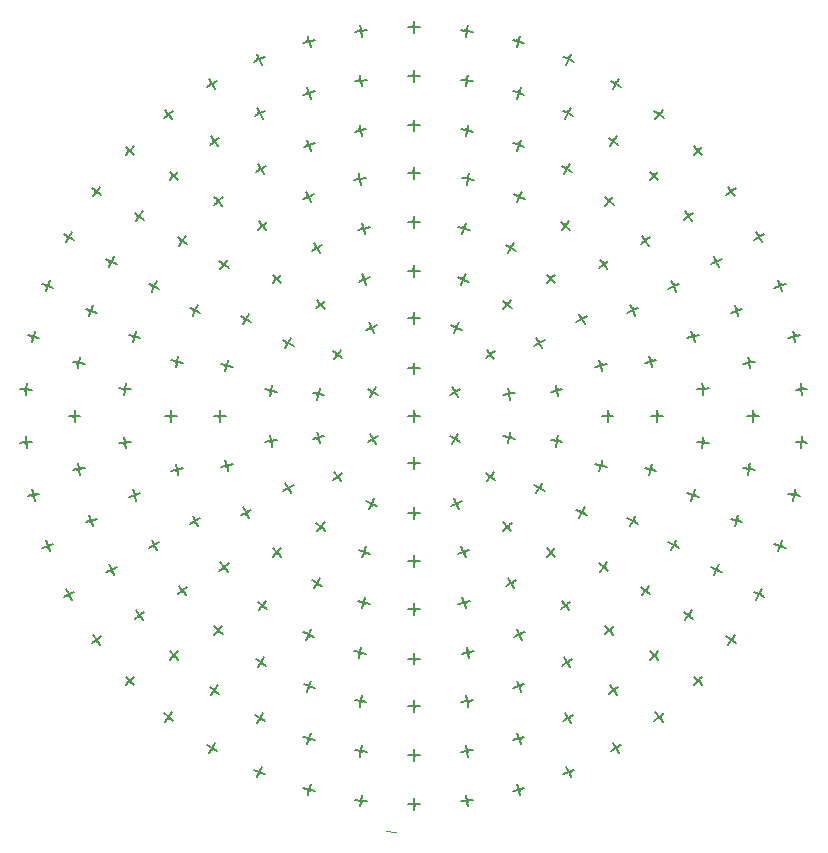
<source format=gto>
G04 EAGLE Gerber RS-274X export*
G75*
%MOMM*%
%FSLAX34Y34*%
%LPD*%
%INTop Silkscreen*%
%IPPOS*%
%AMOC8*
5,1,8,0,0,1.08239X$1,22.5*%
G01*
%ADD10C,0.101600*%
%ADD11C,0.127000*%


D10*
X-15240Y-352552D02*
X-23368Y-352044D01*
D11*
X-2000Y328900D02*
X0Y328900D01*
X-2000Y328900D02*
X-5000Y328900D01*
X-2000Y328900D01*
X0Y328900D01*
X5000Y328900D01*
X0Y328900D01*
X0Y323900D01*
X0Y330900D01*
X0Y333900D01*
X0Y330900D02*
X-2000Y328900D01*
X-44785Y325837D02*
X-46767Y325565D01*
X-49739Y325158D01*
X-46767Y325565D01*
X-44785Y325837D01*
X-39831Y326515D01*
X-44785Y325837D01*
X-44107Y320883D01*
X-45057Y327818D01*
X-45464Y330790D01*
X-45057Y327818D02*
X-46767Y325565D01*
X-88736Y316704D02*
X-90662Y316166D01*
X-93552Y315359D01*
X-90662Y316166D01*
X-88736Y316704D01*
X-83920Y318048D01*
X-88736Y316704D01*
X-87392Y311888D01*
X-89274Y318630D01*
X-90081Y321519D01*
X-89274Y318630D02*
X-90662Y316166D01*
X-131034Y301671D02*
X-132868Y300873D01*
X-135619Y299677D01*
X-132868Y300873D01*
X-131034Y301671D01*
X-126449Y303665D01*
X-131034Y301671D01*
X-129040Y297085D01*
X-131832Y303505D01*
X-133028Y306256D01*
X-131832Y303505D02*
X-132868Y300873D01*
X-170891Y281019D02*
X-172600Y279979D01*
X-175163Y278421D01*
X-172600Y279979D01*
X-170891Y281019D01*
X-166619Y283616D01*
X-170891Y281019D01*
X-168294Y276746D01*
X-171930Y282727D01*
X-173489Y285291D01*
X-171930Y282727D02*
X-172600Y279979D01*
X-207565Y255131D02*
X-209117Y253870D01*
X-211445Y251978D01*
X-209117Y253870D01*
X-207565Y255131D01*
X-203685Y258285D01*
X-207565Y255131D01*
X-204411Y251251D01*
X-208826Y256684D01*
X-210718Y259012D01*
X-208826Y256684D02*
X-209117Y253870D01*
X-240372Y224492D02*
X-241738Y223031D01*
X-243788Y220841D01*
X-241738Y223031D01*
X-240372Y224492D01*
X-236956Y228143D01*
X-240372Y224492D01*
X-236721Y221075D01*
X-241832Y225858D01*
X-244023Y227908D01*
X-241832Y225858D02*
X-241738Y223031D01*
X-268701Y189670D02*
X-269854Y188036D01*
X-271584Y185584D01*
X-269854Y188036D01*
X-268701Y189670D01*
X-265819Y193756D01*
X-268701Y189670D01*
X-264616Y186788D01*
X-270336Y190823D01*
X-272787Y192552D01*
X-270336Y190823D02*
X-269854Y188036D01*
X-292025Y151315D02*
X-292946Y149540D01*
X-294326Y146876D01*
X-292946Y149540D01*
X-292025Y151315D01*
X-289724Y155754D01*
X-292025Y151315D01*
X-287586Y149014D01*
X-293801Y152236D01*
X-296465Y153616D01*
X-293801Y152236D02*
X-292946Y149540D01*
X-309910Y110142D02*
X-310581Y108258D01*
X-311587Y105432D01*
X-310581Y108258D01*
X-309910Y110142D01*
X-308232Y114852D01*
X-309910Y110142D01*
X-305199Y108465D01*
X-311794Y110813D01*
X-314620Y111819D01*
X-311794Y110813D02*
X-310581Y108258D01*
X-322021Y66917D02*
X-322430Y64959D01*
X-323043Y62022D01*
X-322430Y64959D01*
X-322021Y66917D01*
X-320998Y71811D01*
X-322021Y66917D01*
X-317126Y65894D01*
X-323978Y67326D01*
X-326915Y67939D01*
X-323978Y67326D02*
X-322430Y64959D01*
X-328133Y22445D02*
X-328273Y20450D01*
X-328482Y17457D01*
X-328273Y20450D01*
X-328133Y22445D01*
X-327784Y27433D01*
X-328133Y22445D01*
X-323145Y22096D01*
X-330128Y22584D01*
X-333121Y22794D01*
X-330128Y22584D02*
X-328273Y20450D01*
X-328133Y-22445D02*
X-327994Y-24440D01*
X-327784Y-27433D01*
X-327994Y-24440D01*
X-328133Y-22445D01*
X-328482Y-17457D01*
X-328133Y-22445D01*
X-323145Y-22096D01*
X-330128Y-22584D01*
X-333121Y-22794D01*
X-330128Y-22584D02*
X-327994Y-24440D01*
X-322021Y-66917D02*
X-321612Y-68874D01*
X-320998Y-71811D01*
X-321612Y-68874D01*
X-322021Y-66917D01*
X-323043Y-62022D01*
X-322021Y-66917D01*
X-317126Y-65894D01*
X-323978Y-67326D01*
X-326915Y-67939D01*
X-323978Y-67326D02*
X-321612Y-68874D01*
X-309910Y-110142D02*
X-309239Y-112026D01*
X-308232Y-114852D01*
X-309239Y-112026D01*
X-309910Y-110142D01*
X-311587Y-105432D01*
X-309910Y-110142D01*
X-305199Y-108465D01*
X-311794Y-110813D01*
X-314620Y-111819D01*
X-311794Y-110813D02*
X-309239Y-112026D01*
X-292025Y-151315D02*
X-291105Y-153091D01*
X-289724Y-155754D01*
X-291105Y-153091D01*
X-292025Y-151315D01*
X-294326Y-146876D01*
X-292025Y-151315D01*
X-287586Y-149014D01*
X-293801Y-152236D01*
X-296465Y-153616D01*
X-293801Y-152236D02*
X-291105Y-153091D01*
X-268701Y-189670D02*
X-267549Y-191304D01*
X-265819Y-193756D01*
X-267549Y-191304D01*
X-268701Y-189670D01*
X-271584Y-185584D01*
X-268701Y-189670D01*
X-264616Y-186788D01*
X-270336Y-190823D01*
X-272787Y-192552D01*
X-270336Y-190823D02*
X-267549Y-191304D01*
X-240372Y-224492D02*
X-239005Y-225952D01*
X-236956Y-228143D01*
X-239005Y-225952D01*
X-240372Y-224492D01*
X-243788Y-220841D01*
X-240372Y-224492D01*
X-236721Y-221075D01*
X-241832Y-225858D01*
X-244023Y-227908D01*
X-241832Y-225858D02*
X-239005Y-225952D01*
X-207565Y-255131D02*
X-206013Y-256393D01*
X-203685Y-258285D01*
X-206013Y-256393D01*
X-207565Y-255131D01*
X-211445Y-251978D01*
X-207565Y-255131D01*
X-204411Y-251251D01*
X-208826Y-256684D01*
X-210718Y-259012D01*
X-208826Y-256684D02*
X-206013Y-256393D01*
X-170891Y-281019D02*
X-169182Y-282058D01*
X-166619Y-283616D01*
X-169182Y-282058D01*
X-170891Y-281019D01*
X-175163Y-278421D01*
X-170891Y-281019D01*
X-168294Y-276746D01*
X-171930Y-282727D01*
X-173489Y-285291D01*
X-171930Y-282727D02*
X-169182Y-282058D01*
X-131034Y-301671D02*
X-129200Y-302468D01*
X-126449Y-303665D01*
X-129200Y-302468D01*
X-131034Y-301671D01*
X-135619Y-299677D01*
X-131034Y-301671D01*
X-129040Y-297085D01*
X-131832Y-303505D01*
X-133028Y-306256D01*
X-131832Y-303505D02*
X-129200Y-302468D01*
X-88736Y-316704D02*
X-86810Y-317241D01*
X-83920Y-318048D01*
X-86810Y-317241D01*
X-88736Y-316704D01*
X-93552Y-315359D01*
X-88736Y-316704D01*
X-87392Y-311888D01*
X-89274Y-318630D01*
X-90081Y-321519D01*
X-89274Y-318630D02*
X-86810Y-317241D01*
X-44785Y-325837D02*
X-42804Y-326108D01*
X-39831Y-326515D01*
X-42804Y-326108D01*
X-44785Y-325837D01*
X-49739Y-325158D01*
X-44785Y-325837D01*
X-44107Y-320883D01*
X-45057Y-327818D01*
X-45464Y-330790D01*
X-45057Y-327818D02*
X-42804Y-326108D01*
X0Y-328900D02*
X2000Y-328900D01*
X5000Y-328900D01*
X2000Y-328900D01*
X0Y-328900D01*
X-5000Y-328900D01*
X0Y-328900D01*
X0Y-323900D01*
X0Y-330900D01*
X0Y-333900D01*
X0Y-330900D02*
X2000Y-328900D01*
X44785Y-325837D02*
X46767Y-325565D01*
X49739Y-325158D01*
X46767Y-325565D01*
X44785Y-325837D01*
X39831Y-326515D01*
X44785Y-325837D01*
X44107Y-320883D01*
X45057Y-327818D01*
X45464Y-330790D01*
X45057Y-327818D02*
X46767Y-325565D01*
X88736Y-316704D02*
X90662Y-316166D01*
X93552Y-315359D01*
X90662Y-316166D01*
X88736Y-316704D01*
X83920Y-318048D01*
X88736Y-316704D01*
X87392Y-311888D01*
X89274Y-318630D01*
X90081Y-321519D01*
X89274Y-318630D02*
X90662Y-316166D01*
X131034Y-301671D02*
X132868Y-300873D01*
X135619Y-299677D01*
X132868Y-300873D01*
X131034Y-301671D01*
X126449Y-303665D01*
X131034Y-301671D01*
X129040Y-297085D01*
X131832Y-303505D01*
X133028Y-306256D01*
X131832Y-303505D02*
X132868Y-300873D01*
X170891Y-281019D02*
X172600Y-279979D01*
X175163Y-278421D01*
X172600Y-279979D01*
X170891Y-281019D01*
X166619Y-283616D01*
X170891Y-281019D01*
X168294Y-276746D01*
X171930Y-282727D01*
X173489Y-285291D01*
X171930Y-282727D02*
X172600Y-279979D01*
X207565Y-255131D02*
X209117Y-253870D01*
X211445Y-251978D01*
X209117Y-253870D01*
X207565Y-255131D01*
X203685Y-258285D01*
X207565Y-255131D01*
X204411Y-251251D01*
X208826Y-256684D01*
X210718Y-259012D01*
X208826Y-256684D02*
X209117Y-253870D01*
X240372Y-224492D02*
X241738Y-223031D01*
X243788Y-220841D01*
X241738Y-223031D01*
X240372Y-224492D01*
X236956Y-228143D01*
X240372Y-224492D01*
X236721Y-221075D01*
X241832Y-225858D01*
X244023Y-227908D01*
X241832Y-225858D02*
X241738Y-223031D01*
X268701Y-189670D02*
X269854Y-188036D01*
X271584Y-185584D01*
X269854Y-188036D01*
X268701Y-189670D01*
X265819Y-193756D01*
X268701Y-189670D01*
X264616Y-186788D01*
X270336Y-190823D01*
X272787Y-192552D01*
X270336Y-190823D02*
X269854Y-188036D01*
X292025Y-151315D02*
X292946Y-149540D01*
X294326Y-146876D01*
X292946Y-149540D01*
X292025Y-151315D01*
X289724Y-155754D01*
X292025Y-151315D01*
X287586Y-149014D01*
X293801Y-152236D01*
X296465Y-153616D01*
X293801Y-152236D02*
X292946Y-149540D01*
X309910Y-110142D02*
X310581Y-108258D01*
X311587Y-105432D01*
X310581Y-108258D01*
X309910Y-110142D01*
X308232Y-114852D01*
X309910Y-110142D01*
X305199Y-108465D01*
X311794Y-110813D01*
X314620Y-111819D01*
X311794Y-110813D02*
X310581Y-108258D01*
X322021Y-66917D02*
X322430Y-64959D01*
X323043Y-62022D01*
X322430Y-64959D01*
X322021Y-66917D01*
X320998Y-71811D01*
X322021Y-66917D01*
X317126Y-65894D01*
X323978Y-67326D01*
X326915Y-67939D01*
X323978Y-67326D02*
X322430Y-64959D01*
X328133Y-22445D02*
X328273Y-20450D01*
X328482Y-17457D01*
X328273Y-20450D01*
X328133Y-22445D01*
X327784Y-27433D01*
X328133Y-22445D01*
X323145Y-22096D01*
X330128Y-22584D01*
X333121Y-22794D01*
X330128Y-22584D02*
X328273Y-20450D01*
X328133Y22445D02*
X327994Y24440D01*
X327784Y27433D01*
X327994Y24440D01*
X328133Y22445D01*
X328482Y17457D01*
X328133Y22445D01*
X323145Y22096D01*
X330128Y22584D01*
X333121Y22794D01*
X330128Y22584D02*
X327994Y24440D01*
X322021Y66917D02*
X321612Y68874D01*
X320998Y71811D01*
X321612Y68874D01*
X322021Y66917D01*
X323043Y62022D01*
X322021Y66917D01*
X317126Y65894D01*
X323978Y67326D01*
X326915Y67939D01*
X323978Y67326D02*
X321612Y68874D01*
X309910Y110142D02*
X309239Y112026D01*
X308232Y114852D01*
X309239Y112026D01*
X309910Y110142D01*
X311587Y105432D01*
X309910Y110142D01*
X305199Y108465D01*
X311794Y110813D01*
X314620Y111819D01*
X311794Y110813D02*
X309239Y112026D01*
X292025Y151315D02*
X291105Y153091D01*
X289724Y155754D01*
X291105Y153091D01*
X292025Y151315D01*
X294326Y146876D01*
X292025Y151315D01*
X287586Y149014D01*
X293801Y152236D01*
X296465Y153616D01*
X293801Y152236D02*
X291105Y153091D01*
X268701Y189670D02*
X267549Y191304D01*
X265819Y193756D01*
X267549Y191304D01*
X268701Y189670D01*
X271584Y185584D01*
X268701Y189670D01*
X264616Y186788D01*
X270336Y190823D01*
X272787Y192552D01*
X270336Y190823D02*
X267549Y191304D01*
X240372Y224492D02*
X239005Y225952D01*
X236956Y228143D01*
X239005Y225952D01*
X240372Y224492D01*
X243788Y220841D01*
X240372Y224492D01*
X236721Y221075D01*
X241832Y225858D01*
X244023Y227908D01*
X241832Y225858D02*
X239005Y225952D01*
X207565Y255131D02*
X206013Y256393D01*
X203685Y258285D01*
X206013Y256393D01*
X207565Y255131D01*
X211445Y251978D01*
X207565Y255131D01*
X204411Y251251D01*
X208826Y256684D01*
X210718Y259012D01*
X208826Y256684D02*
X206013Y256393D01*
X170891Y281019D02*
X169182Y282058D01*
X166619Y283616D01*
X169182Y282058D01*
X170891Y281019D01*
X175163Y278421D01*
X170891Y281019D01*
X168294Y276746D01*
X171930Y282727D01*
X173489Y285291D01*
X171930Y282727D02*
X169182Y282058D01*
X131034Y301671D02*
X129200Y302468D01*
X126449Y303665D01*
X129200Y302468D01*
X131034Y301671D01*
X135619Y299677D01*
X131034Y301671D01*
X129040Y297085D01*
X131832Y303505D01*
X133028Y306256D01*
X131832Y303505D02*
X129200Y302468D01*
X88736Y316704D02*
X86810Y317241D01*
X83920Y318048D01*
X86810Y317241D01*
X88736Y316704D01*
X93552Y315359D01*
X88736Y316704D01*
X87392Y311888D01*
X89274Y318630D01*
X90081Y321519D01*
X89274Y318630D02*
X86810Y317241D01*
X44785Y325837D02*
X42804Y326108D01*
X39831Y326515D01*
X42804Y326108D01*
X44785Y325837D01*
X49739Y325158D01*
X44785Y325837D01*
X44107Y320883D01*
X45057Y327818D01*
X45464Y330790D01*
X45057Y327818D02*
X42804Y326108D01*
X0Y287300D02*
X-2000Y287300D01*
X-5000Y287300D01*
X-2000Y287300D01*
X0Y287300D01*
X5000Y287300D01*
X0Y287300D01*
X0Y282300D01*
X0Y289300D01*
X0Y292300D01*
X0Y289300D02*
X-2000Y287300D01*
X-44944Y283763D02*
X-46919Y283450D01*
X-49882Y282981D01*
X-46919Y283450D01*
X-44944Y283763D01*
X-40005Y284545D01*
X-44944Y283763D01*
X-44161Y278824D01*
X-45256Y285738D01*
X-45726Y288701D01*
X-45256Y285738D02*
X-46919Y283450D01*
X-88781Y273239D02*
X-90683Y272620D01*
X-93536Y271693D01*
X-90683Y272620D01*
X-88781Y273239D01*
X-84025Y274784D01*
X-88781Y273239D01*
X-87236Y268483D01*
X-89399Y275141D01*
X-90326Y277994D01*
X-89399Y275141D02*
X-90683Y272620D01*
X-130431Y255986D02*
X-132213Y255078D01*
X-134887Y253716D01*
X-132213Y255078D01*
X-130431Y255986D01*
X-125976Y258256D01*
X-130431Y255986D01*
X-128162Y251531D01*
X-131339Y257768D01*
X-132701Y260441D01*
X-131339Y257768D02*
X-132213Y255078D01*
X-168871Y232431D02*
X-170489Y231255D01*
X-172916Y229492D01*
X-170489Y231255D01*
X-168871Y232431D01*
X-164826Y235370D01*
X-168871Y232431D01*
X-165932Y228386D01*
X-170046Y234049D01*
X-171810Y236476D01*
X-170046Y234049D02*
X-170489Y231255D01*
X-203152Y203152D02*
X-204566Y201738D01*
X-206687Y199616D01*
X-204566Y201738D01*
X-203152Y203152D01*
X-199616Y206687D01*
X-203152Y203152D01*
X-199616Y199616D01*
X-204566Y204566D01*
X-206687Y206687D01*
X-204566Y204566D02*
X-204566Y201738D01*
X-232431Y168871D02*
X-233606Y167253D01*
X-235370Y164826D01*
X-233606Y167253D01*
X-232431Y168871D01*
X-229492Y172916D01*
X-232431Y168871D01*
X-228386Y165932D01*
X-234049Y170046D01*
X-236476Y171810D01*
X-234049Y170046D02*
X-233606Y167253D01*
X-255986Y130431D02*
X-256894Y128649D01*
X-258256Y125976D01*
X-256894Y128649D01*
X-255986Y130431D01*
X-253716Y134887D01*
X-255986Y130431D01*
X-251531Y128162D01*
X-257768Y131339D01*
X-260441Y132701D01*
X-257768Y131339D02*
X-256894Y128649D01*
X-273239Y88781D02*
X-273857Y86878D01*
X-274784Y84025D01*
X-273857Y86878D01*
X-273239Y88781D01*
X-271693Y93536D01*
X-273239Y88781D01*
X-268483Y87236D01*
X-275141Y89399D01*
X-277994Y90326D01*
X-275141Y89399D02*
X-273857Y86878D01*
X-283763Y44944D02*
X-284076Y42968D01*
X-284545Y40005D01*
X-284076Y42968D01*
X-283763Y44944D01*
X-282981Y49882D01*
X-283763Y44944D01*
X-278824Y44161D01*
X-285738Y45256D01*
X-288701Y45726D01*
X-285738Y45256D02*
X-284076Y42968D01*
X-287300Y0D02*
X-287300Y-2000D01*
X-287300Y-5000D01*
X-287300Y-2000D01*
X-287300Y0D01*
X-287300Y5000D01*
X-287300Y0D01*
X-282300Y0D01*
X-289300Y0D01*
X-292300Y0D01*
X-289300Y0D02*
X-287300Y-2000D01*
X-283763Y-44944D02*
X-283450Y-46919D01*
X-282981Y-49882D01*
X-283450Y-46919D01*
X-283763Y-44944D01*
X-284545Y-40005D01*
X-283763Y-44944D01*
X-278824Y-44161D01*
X-285738Y-45256D01*
X-288701Y-45726D01*
X-285738Y-45256D02*
X-283450Y-46919D01*
X-273239Y-88781D02*
X-272620Y-90683D01*
X-271693Y-93536D01*
X-272620Y-90683D01*
X-273239Y-88781D01*
X-274784Y-84025D01*
X-273239Y-88781D01*
X-268483Y-87236D01*
X-275141Y-89399D01*
X-277994Y-90326D01*
X-275141Y-89399D02*
X-272620Y-90683D01*
X-255986Y-130431D02*
X-255078Y-132213D01*
X-253716Y-134887D01*
X-255078Y-132213D01*
X-255986Y-130431D01*
X-258256Y-125976D01*
X-255986Y-130431D01*
X-251531Y-128162D01*
X-257768Y-131339D01*
X-260441Y-132701D01*
X-257768Y-131339D02*
X-255078Y-132213D01*
X-232431Y-168871D02*
X-231255Y-170489D01*
X-229492Y-172916D01*
X-231255Y-170489D01*
X-232431Y-168871D01*
X-235370Y-164826D01*
X-232431Y-168871D01*
X-228386Y-165932D01*
X-234049Y-170046D01*
X-236476Y-171810D01*
X-234049Y-170046D02*
X-231255Y-170489D01*
X-203152Y-203152D02*
X-201738Y-204566D01*
X-199616Y-206687D01*
X-201738Y-204566D01*
X-203152Y-203152D01*
X-206687Y-199616D01*
X-203152Y-203152D01*
X-199616Y-199616D01*
X-204566Y-204566D01*
X-206687Y-206687D01*
X-204566Y-204566D02*
X-201738Y-204566D01*
X-168871Y-232431D02*
X-167253Y-233606D01*
X-164826Y-235370D01*
X-167253Y-233606D01*
X-168871Y-232431D01*
X-172916Y-229492D01*
X-168871Y-232431D01*
X-165932Y-228386D01*
X-170046Y-234049D01*
X-171810Y-236476D01*
X-170046Y-234049D02*
X-167253Y-233606D01*
X-130431Y-255986D02*
X-128649Y-256894D01*
X-125976Y-258256D01*
X-128649Y-256894D01*
X-130431Y-255986D01*
X-134887Y-253716D01*
X-130431Y-255986D01*
X-128162Y-251531D01*
X-131339Y-257768D01*
X-132701Y-260441D01*
X-131339Y-257768D02*
X-128649Y-256894D01*
X-88781Y-273239D02*
X-86878Y-273857D01*
X-84025Y-274784D01*
X-86878Y-273857D01*
X-88781Y-273239D01*
X-93536Y-271693D01*
X-88781Y-273239D01*
X-87236Y-268483D01*
X-89399Y-275141D01*
X-90326Y-277994D01*
X-89399Y-275141D02*
X-86878Y-273857D01*
X-44944Y-283763D02*
X-42968Y-284076D01*
X-40005Y-284545D01*
X-42968Y-284076D01*
X-44944Y-283763D01*
X-49882Y-282981D01*
X-44944Y-283763D01*
X-44161Y-278824D01*
X-45256Y-285738D01*
X-45726Y-288701D01*
X-45256Y-285738D02*
X-42968Y-284076D01*
X0Y-287300D02*
X2000Y-287300D01*
X5000Y-287300D01*
X2000Y-287300D01*
X0Y-287300D01*
X-5000Y-287300D01*
X0Y-287300D01*
X0Y-282300D01*
X0Y-289300D01*
X0Y-292300D01*
X0Y-289300D02*
X2000Y-287300D01*
X44944Y-283763D02*
X46919Y-283450D01*
X49882Y-282981D01*
X46919Y-283450D01*
X44944Y-283763D01*
X40005Y-284545D01*
X44944Y-283763D01*
X44161Y-278824D01*
X45256Y-285738D01*
X45726Y-288701D01*
X45256Y-285738D02*
X46919Y-283450D01*
X88781Y-273239D02*
X90683Y-272620D01*
X93536Y-271693D01*
X90683Y-272620D01*
X88781Y-273239D01*
X84025Y-274784D01*
X88781Y-273239D01*
X87236Y-268483D01*
X89399Y-275141D01*
X90326Y-277994D01*
X89399Y-275141D02*
X90683Y-272620D01*
X130431Y-255986D02*
X132213Y-255078D01*
X134887Y-253716D01*
X132213Y-255078D01*
X130431Y-255986D01*
X125976Y-258256D01*
X130431Y-255986D01*
X128162Y-251531D01*
X131339Y-257768D01*
X132701Y-260441D01*
X131339Y-257768D02*
X132213Y-255078D01*
X168871Y-232431D02*
X170489Y-231255D01*
X172916Y-229492D01*
X170489Y-231255D01*
X168871Y-232431D01*
X164826Y-235370D01*
X168871Y-232431D01*
X165932Y-228386D01*
X170046Y-234049D01*
X171810Y-236476D01*
X170046Y-234049D02*
X170489Y-231255D01*
X203152Y-203152D02*
X204566Y-201738D01*
X206687Y-199616D01*
X204566Y-201738D01*
X203152Y-203152D01*
X199616Y-206687D01*
X203152Y-203152D01*
X199616Y-199616D01*
X204566Y-204566D01*
X206687Y-206687D01*
X204566Y-204566D02*
X204566Y-201738D01*
X232431Y-168871D02*
X233606Y-167253D01*
X235370Y-164826D01*
X233606Y-167253D01*
X232431Y-168871D01*
X229492Y-172916D01*
X232431Y-168871D01*
X228386Y-165932D01*
X234049Y-170046D01*
X236476Y-171810D01*
X234049Y-170046D02*
X233606Y-167253D01*
X255986Y-130431D02*
X256894Y-128649D01*
X258256Y-125976D01*
X256894Y-128649D01*
X255986Y-130431D01*
X253716Y-134887D01*
X255986Y-130431D01*
X251531Y-128162D01*
X257768Y-131339D01*
X260441Y-132701D01*
X257768Y-131339D02*
X256894Y-128649D01*
X273239Y-88781D02*
X273857Y-86878D01*
X274784Y-84025D01*
X273857Y-86878D01*
X273239Y-88781D01*
X271693Y-93536D01*
X273239Y-88781D01*
X268483Y-87236D01*
X275141Y-89399D01*
X277994Y-90326D01*
X275141Y-89399D02*
X273857Y-86878D01*
X283763Y-44944D02*
X284076Y-42968D01*
X284545Y-40005D01*
X284076Y-42968D01*
X283763Y-44944D01*
X282981Y-49882D01*
X283763Y-44944D01*
X278824Y-44161D01*
X285738Y-45256D01*
X288701Y-45726D01*
X285738Y-45256D02*
X284076Y-42968D01*
X287300Y0D02*
X287300Y2000D01*
X287300Y5000D01*
X287300Y2000D01*
X287300Y0D01*
X287300Y-5000D01*
X287300Y0D01*
X282300Y0D01*
X289300Y0D01*
X292300Y0D01*
X289300Y0D02*
X287300Y2000D01*
X283763Y44944D02*
X283450Y46919D01*
X282981Y49882D01*
X283450Y46919D01*
X283763Y44944D01*
X284545Y40005D01*
X283763Y44944D01*
X278824Y44161D01*
X285738Y45256D01*
X288701Y45726D01*
X285738Y45256D02*
X283450Y46919D01*
X273239Y88781D02*
X272620Y90683D01*
X271693Y93536D01*
X272620Y90683D01*
X273239Y88781D01*
X274784Y84025D01*
X273239Y88781D01*
X268483Y87236D01*
X275141Y89399D01*
X277994Y90326D01*
X275141Y89399D02*
X272620Y90683D01*
X255986Y130431D02*
X255078Y132213D01*
X253716Y134887D01*
X255078Y132213D01*
X255986Y130431D01*
X258256Y125976D01*
X255986Y130431D01*
X251531Y128162D01*
X257768Y131339D01*
X260441Y132701D01*
X257768Y131339D02*
X255078Y132213D01*
X232431Y168871D02*
X231255Y170489D01*
X229492Y172916D01*
X231255Y170489D01*
X232431Y168871D01*
X235370Y164826D01*
X232431Y168871D01*
X228386Y165932D01*
X234049Y170046D01*
X236476Y171810D01*
X234049Y170046D02*
X231255Y170489D01*
X203152Y203152D02*
X201738Y204566D01*
X199616Y206687D01*
X201738Y204566D01*
X203152Y203152D01*
X206687Y199616D01*
X203152Y203152D01*
X199616Y199616D01*
X204566Y204566D01*
X206687Y206687D01*
X204566Y204566D02*
X201738Y204566D01*
X168871Y232431D02*
X167253Y233606D01*
X164826Y235370D01*
X167253Y233606D01*
X168871Y232431D01*
X172916Y229492D01*
X168871Y232431D01*
X165932Y228386D01*
X170046Y234049D01*
X171810Y236476D01*
X170046Y234049D02*
X167253Y233606D01*
X130431Y255986D02*
X128649Y256894D01*
X125976Y258256D01*
X128649Y256894D01*
X130431Y255986D01*
X134887Y253716D01*
X130431Y255986D01*
X128162Y251531D01*
X131339Y257768D01*
X132701Y260441D01*
X131339Y257768D02*
X128649Y256894D01*
X88781Y273239D02*
X86878Y273857D01*
X84025Y274784D01*
X86878Y273857D01*
X88781Y273239D01*
X93536Y271693D01*
X88781Y273239D01*
X87236Y268483D01*
X89399Y275141D01*
X90326Y277994D01*
X89399Y275141D02*
X86878Y273857D01*
X44944Y283763D02*
X42968Y284076D01*
X40005Y284545D01*
X42968Y284076D01*
X44944Y283763D01*
X49882Y282981D01*
X44944Y283763D01*
X44161Y278824D01*
X45256Y285738D01*
X45726Y288701D01*
X45256Y285738D02*
X42968Y284076D01*
X0Y245700D02*
X-2000Y245700D01*
X-5000Y245700D01*
X-2000Y245700D01*
X0Y245700D01*
X5000Y245700D01*
X0Y245700D01*
X0Y240700D01*
X0Y247700D01*
X0Y250700D01*
X0Y247700D02*
X-2000Y245700D01*
X-45147Y241517D02*
X-47114Y241152D01*
X-50064Y240605D01*
X-47114Y241152D01*
X-45147Y241517D01*
X-40231Y242428D01*
X-45147Y241517D01*
X-44236Y236600D01*
X-45512Y243483D01*
X-46058Y246433D01*
X-45512Y243483D02*
X-47114Y241152D01*
X-88757Y229108D02*
X-90622Y228385D01*
X-93419Y227300D01*
X-90622Y228385D01*
X-88757Y229108D01*
X-84095Y230917D01*
X-88757Y229108D01*
X-86949Y224447D01*
X-89480Y230973D01*
X-90565Y233770D01*
X-89480Y230973D02*
X-90622Y228385D01*
X-129344Y208898D02*
X-131046Y207847D01*
X-133598Y206271D01*
X-131046Y207847D01*
X-129344Y208898D01*
X-125090Y211526D01*
X-129344Y208898D01*
X-126717Y204644D01*
X-130395Y210600D01*
X-131972Y213152D01*
X-130395Y210600D02*
X-131046Y207847D01*
X-165527Y181575D02*
X-167004Y180226D01*
X-169219Y178203D01*
X-167004Y180226D01*
X-165527Y181575D01*
X-161835Y184946D01*
X-165527Y181575D01*
X-162156Y177882D01*
X-166876Y183051D01*
X-168899Y185267D01*
X-166876Y183051D02*
X-167004Y180226D01*
X-196073Y148067D02*
X-197279Y146472D01*
X-199089Y144079D01*
X-197279Y146472D01*
X-196073Y148067D01*
X-193057Y152055D01*
X-196073Y148067D01*
X-192085Y145051D01*
X-197668Y149274D01*
X-200061Y151083D01*
X-197668Y149274D02*
X-197279Y146472D01*
X-219942Y109518D02*
X-220834Y107728D01*
X-222173Y105043D01*
X-220834Y107728D01*
X-219942Y109518D01*
X-217711Y113993D01*
X-219942Y109518D01*
X-215467Y107287D01*
X-221731Y110410D01*
X-224416Y111749D01*
X-221731Y110410D02*
X-220834Y107728D01*
X-236321Y67239D02*
X-236868Y65316D01*
X-237690Y62430D01*
X-236868Y65316D01*
X-236321Y67239D01*
X-234951Y72048D01*
X-236321Y67239D01*
X-231512Y65869D01*
X-238244Y67787D01*
X-241129Y68609D01*
X-238244Y67787D02*
X-236868Y65316D01*
X-244652Y22670D02*
X-244837Y20679D01*
X-245114Y17692D01*
X-244837Y20679D01*
X-244652Y22670D01*
X-244190Y27649D01*
X-244652Y22670D01*
X-239673Y22208D01*
X-246643Y22855D01*
X-249630Y23132D01*
X-246643Y22855D02*
X-244837Y20679D01*
X-244652Y-22670D02*
X-244467Y-24662D01*
X-244190Y-27649D01*
X-244467Y-24662D01*
X-244652Y-22670D01*
X-245114Y-17692D01*
X-244652Y-22670D01*
X-239673Y-22208D01*
X-246643Y-22855D01*
X-249630Y-23132D01*
X-246643Y-22855D02*
X-244467Y-24662D01*
X-236321Y-67239D02*
X-235773Y-69162D01*
X-234951Y-72048D01*
X-235773Y-69162D01*
X-236321Y-67239D01*
X-237690Y-62430D01*
X-236321Y-67239D01*
X-231512Y-65869D01*
X-238244Y-67787D01*
X-241129Y-68609D01*
X-238244Y-67787D02*
X-235773Y-69162D01*
X-219942Y-109518D02*
X-219049Y-111308D01*
X-217711Y-113993D01*
X-219049Y-111308D01*
X-219942Y-109518D01*
X-222173Y-105043D01*
X-219942Y-109518D01*
X-215467Y-107287D01*
X-221731Y-110410D01*
X-224416Y-111749D01*
X-221731Y-110410D02*
X-219049Y-111308D01*
X-196073Y-148067D02*
X-194866Y-149663D01*
X-193057Y-152055D01*
X-194866Y-149663D01*
X-196073Y-148067D01*
X-199089Y-144079D01*
X-196073Y-148067D01*
X-192085Y-145051D01*
X-197668Y-149274D01*
X-200061Y-151083D01*
X-197668Y-149274D02*
X-194866Y-149663D01*
X-165527Y-181575D02*
X-164050Y-182923D01*
X-161835Y-184946D01*
X-164050Y-182923D01*
X-165527Y-181575D01*
X-169219Y-178203D01*
X-165527Y-181575D01*
X-162156Y-177882D01*
X-166876Y-183051D01*
X-168899Y-185267D01*
X-166876Y-183051D02*
X-164050Y-182923D01*
X-129344Y-208898D02*
X-127643Y-209949D01*
X-125090Y-211526D01*
X-127643Y-209949D01*
X-129344Y-208898D01*
X-133598Y-206271D01*
X-129344Y-208898D01*
X-126717Y-204644D01*
X-130395Y-210600D01*
X-131972Y-213152D01*
X-130395Y-210600D02*
X-127643Y-209949D01*
X-88757Y-229108D02*
X-86892Y-229832D01*
X-84095Y-230917D01*
X-86892Y-229832D01*
X-88757Y-229108D01*
X-93419Y-227300D01*
X-88757Y-229108D01*
X-86949Y-224447D01*
X-89480Y-230973D01*
X-90565Y-233770D01*
X-89480Y-230973D02*
X-86892Y-229832D01*
X-45147Y-241517D02*
X-43181Y-241881D01*
X-40231Y-242428D01*
X-43181Y-241881D01*
X-45147Y-241517D01*
X-50064Y-240605D01*
X-45147Y-241517D01*
X-44236Y-236600D01*
X-45512Y-243483D01*
X-46058Y-246433D01*
X-45512Y-243483D02*
X-43181Y-241881D01*
X0Y-245700D02*
X2000Y-245700D01*
X5000Y-245700D01*
X2000Y-245700D01*
X0Y-245700D01*
X-5000Y-245700D01*
X0Y-245700D01*
X0Y-240700D01*
X0Y-247700D01*
X0Y-250700D01*
X0Y-247700D02*
X2000Y-245700D01*
X45147Y-241517D02*
X47114Y-241152D01*
X50064Y-240605D01*
X47114Y-241152D01*
X45147Y-241517D01*
X40231Y-242428D01*
X45147Y-241517D01*
X44236Y-236600D01*
X45512Y-243483D01*
X46058Y-246433D01*
X45512Y-243483D02*
X47114Y-241152D01*
X88757Y-229108D02*
X90622Y-228385D01*
X93419Y-227300D01*
X90622Y-228385D01*
X88757Y-229108D01*
X84095Y-230917D01*
X88757Y-229108D01*
X86949Y-224447D01*
X89480Y-230973D01*
X90565Y-233770D01*
X89480Y-230973D02*
X90622Y-228385D01*
X129344Y-208898D02*
X131046Y-207847D01*
X133598Y-206271D01*
X131046Y-207847D01*
X129344Y-208898D01*
X125090Y-211526D01*
X129344Y-208898D01*
X126717Y-204644D01*
X130395Y-210600D01*
X131972Y-213152D01*
X130395Y-210600D02*
X131046Y-207847D01*
X165527Y-181575D02*
X167004Y-180226D01*
X169219Y-178203D01*
X167004Y-180226D01*
X165527Y-181575D01*
X161835Y-184946D01*
X165527Y-181575D01*
X162156Y-177882D01*
X166876Y-183051D01*
X168899Y-185267D01*
X166876Y-183051D02*
X167004Y-180226D01*
X196073Y-148067D02*
X197279Y-146472D01*
X199089Y-144079D01*
X197279Y-146472D01*
X196073Y-148067D01*
X193057Y-152055D01*
X196073Y-148067D01*
X192085Y-145051D01*
X197668Y-149274D01*
X200061Y-151083D01*
X197668Y-149274D02*
X197279Y-146472D01*
X219942Y-109518D02*
X220834Y-107728D01*
X222173Y-105043D01*
X220834Y-107728D01*
X219942Y-109518D01*
X217711Y-113993D01*
X219942Y-109518D01*
X215467Y-107287D01*
X221731Y-110410D01*
X224416Y-111749D01*
X221731Y-110410D02*
X220834Y-107728D01*
X236321Y-67239D02*
X236868Y-65316D01*
X237690Y-62430D01*
X236868Y-65316D01*
X236321Y-67239D01*
X234951Y-72048D01*
X236321Y-67239D01*
X231512Y-65869D01*
X238244Y-67787D01*
X241129Y-68609D01*
X238244Y-67787D02*
X236868Y-65316D01*
X244652Y-22670D02*
X244837Y-20679D01*
X245114Y-17692D01*
X244837Y-20679D01*
X244652Y-22670D01*
X244190Y-27649D01*
X244652Y-22670D01*
X239673Y-22208D01*
X246643Y-22855D01*
X249630Y-23132D01*
X246643Y-22855D02*
X244837Y-20679D01*
X244652Y22670D02*
X244467Y24662D01*
X244190Y27649D01*
X244467Y24662D01*
X244652Y22670D01*
X245114Y17692D01*
X244652Y22670D01*
X239673Y22208D01*
X246643Y22855D01*
X249630Y23132D01*
X246643Y22855D02*
X244467Y24662D01*
X236321Y67239D02*
X235773Y69162D01*
X234951Y72048D01*
X235773Y69162D01*
X236321Y67239D01*
X237690Y62430D01*
X236321Y67239D01*
X231512Y65869D01*
X238244Y67787D01*
X241129Y68609D01*
X238244Y67787D02*
X235773Y69162D01*
X219942Y109518D02*
X219049Y111308D01*
X217711Y113993D01*
X219049Y111308D01*
X219942Y109518D01*
X222173Y105043D01*
X219942Y109518D01*
X215467Y107287D01*
X221731Y110410D01*
X224416Y111749D01*
X221731Y110410D02*
X219049Y111308D01*
X196073Y148067D02*
X194866Y149663D01*
X193057Y152055D01*
X194866Y149663D01*
X196073Y148067D01*
X199089Y144079D01*
X196073Y148067D01*
X192085Y145051D01*
X197668Y149274D01*
X200061Y151083D01*
X197668Y149274D02*
X194866Y149663D01*
X165527Y181575D02*
X164050Y182923D01*
X161835Y184946D01*
X164050Y182923D01*
X165527Y181575D01*
X169219Y178203D01*
X165527Y181575D01*
X162156Y177882D01*
X166876Y183051D01*
X168899Y185267D01*
X166876Y183051D02*
X164050Y182923D01*
X129344Y208898D02*
X127643Y209949D01*
X125090Y211526D01*
X127643Y209949D01*
X129344Y208898D01*
X133598Y206271D01*
X129344Y208898D01*
X126717Y204644D01*
X130395Y210600D01*
X131972Y213152D01*
X130395Y210600D02*
X127643Y209949D01*
X88757Y229108D02*
X86892Y229832D01*
X84095Y230917D01*
X86892Y229832D01*
X88757Y229108D01*
X93419Y227300D01*
X88757Y229108D01*
X86949Y224447D01*
X89480Y230973D01*
X90565Y233770D01*
X89480Y230973D02*
X86892Y229832D01*
X45147Y241517D02*
X43181Y241881D01*
X40231Y242428D01*
X43181Y241881D01*
X45147Y241517D01*
X50064Y240605D01*
X45147Y241517D01*
X44236Y236600D01*
X45512Y243483D01*
X46058Y246433D01*
X45512Y243483D02*
X43181Y241881D01*
X0Y205600D02*
X-2000Y205600D01*
X-5000Y205600D01*
X-2000Y205600D01*
X0Y205600D01*
X5000Y205600D01*
X0Y205600D01*
X0Y200600D01*
X0Y207600D01*
X0Y210600D01*
X0Y207600D02*
X-2000Y205600D01*
X-45750Y200445D02*
X-47701Y200002D01*
X-50626Y199337D01*
X-47701Y200002D01*
X-45750Y200445D01*
X-40875Y201553D01*
X-45750Y200445D01*
X-44643Y195569D01*
X-46193Y202395D01*
X-46858Y205321D01*
X-46193Y202395D02*
X-47701Y200002D01*
X-89207Y185239D02*
X-91007Y184369D01*
X-93708Y183063D01*
X-91007Y184369D01*
X-89207Y185239D01*
X-84705Y187415D01*
X-89207Y185239D01*
X-87030Y180738D01*
X-90077Y187040D01*
X-91383Y189741D01*
X-90077Y187040D02*
X-91007Y184369D01*
X-128190Y160745D02*
X-129753Y159497D01*
X-132097Y157625D01*
X-129753Y159497D01*
X-128190Y160745D01*
X-124282Y163864D01*
X-128190Y160745D01*
X-125070Y156837D01*
X-129437Y162308D01*
X-131309Y164652D01*
X-129437Y162308D02*
X-129753Y159497D01*
X-160745Y128190D02*
X-161992Y126626D01*
X-163864Y124282D01*
X-161992Y126626D01*
X-160745Y128190D01*
X-157625Y132097D01*
X-160745Y128190D01*
X-156837Y125070D01*
X-162308Y129437D01*
X-164652Y131309D01*
X-162308Y129437D02*
X-161992Y126626D01*
X-185239Y89207D02*
X-186110Y87406D01*
X-187415Y84705D01*
X-186110Y87406D01*
X-185239Y89207D01*
X-183063Y93708D01*
X-185239Y89207D01*
X-180738Y87030D01*
X-187040Y90077D01*
X-189741Y91383D01*
X-187040Y90077D02*
X-186110Y87406D01*
X-200445Y45750D02*
X-200888Y43800D01*
X-201553Y40875D01*
X-200888Y43800D01*
X-200445Y45750D01*
X-199337Y50626D01*
X-200445Y45750D01*
X-195569Y44643D01*
X-202395Y46193D01*
X-205321Y46858D01*
X-202395Y46193D02*
X-200888Y43800D01*
X-205600Y0D02*
X-205600Y-2000D01*
X-205600Y-5000D01*
X-205600Y-2000D01*
X-205600Y0D01*
X-205600Y5000D01*
X-205600Y0D01*
X-200600Y0D01*
X-207600Y0D01*
X-210600Y0D01*
X-207600Y0D02*
X-205600Y-2000D01*
X-200445Y-45750D02*
X-200002Y-47701D01*
X-199337Y-50626D01*
X-200002Y-47701D01*
X-200445Y-45750D01*
X-201553Y-40875D01*
X-200445Y-45750D01*
X-195569Y-44643D01*
X-202395Y-46193D01*
X-205321Y-46858D01*
X-202395Y-46193D02*
X-200002Y-47701D01*
X-185239Y-89207D02*
X-184369Y-91007D01*
X-183063Y-93708D01*
X-184369Y-91007D01*
X-185239Y-89207D01*
X-187415Y-84705D01*
X-185239Y-89207D01*
X-180738Y-87030D01*
X-187040Y-90077D01*
X-189741Y-91383D01*
X-187040Y-90077D02*
X-184369Y-91007D01*
X-160745Y-128190D02*
X-159497Y-129753D01*
X-157625Y-132097D01*
X-159497Y-129753D01*
X-160745Y-128190D01*
X-163864Y-124282D01*
X-160745Y-128190D01*
X-156837Y-125070D01*
X-162308Y-129437D01*
X-164652Y-131309D01*
X-162308Y-129437D02*
X-159497Y-129753D01*
X-128190Y-160745D02*
X-126626Y-161992D01*
X-124282Y-163864D01*
X-126626Y-161992D01*
X-128190Y-160745D01*
X-132097Y-157625D01*
X-128190Y-160745D01*
X-125070Y-156837D01*
X-129437Y-162308D01*
X-131309Y-164652D01*
X-129437Y-162308D02*
X-126626Y-161992D01*
X-89207Y-185239D02*
X-87406Y-186110D01*
X-84705Y-187415D01*
X-87406Y-186110D01*
X-89207Y-185239D01*
X-93708Y-183063D01*
X-89207Y-185239D01*
X-87030Y-180738D01*
X-90077Y-187040D01*
X-91383Y-189741D01*
X-90077Y-187040D02*
X-87406Y-186110D01*
X-45750Y-200445D02*
X-43800Y-200888D01*
X-40875Y-201553D01*
X-43800Y-200888D01*
X-45750Y-200445D01*
X-50626Y-199337D01*
X-45750Y-200445D01*
X-44643Y-195569D01*
X-46193Y-202395D01*
X-46858Y-205321D01*
X-46193Y-202395D02*
X-43800Y-200888D01*
X0Y-205600D02*
X2000Y-205600D01*
X5000Y-205600D01*
X2000Y-205600D01*
X0Y-205600D01*
X-5000Y-205600D01*
X0Y-205600D01*
X0Y-200600D01*
X0Y-207600D01*
X0Y-210600D01*
X0Y-207600D02*
X2000Y-205600D01*
X45750Y-200445D02*
X47701Y-200002D01*
X50626Y-199337D01*
X47701Y-200002D01*
X45750Y-200445D01*
X40875Y-201553D01*
X45750Y-200445D01*
X44643Y-195569D01*
X46193Y-202395D01*
X46858Y-205321D01*
X46193Y-202395D02*
X47701Y-200002D01*
X89207Y-185239D02*
X91007Y-184369D01*
X93708Y-183063D01*
X91007Y-184369D01*
X89207Y-185239D01*
X84705Y-187415D01*
X89207Y-185239D01*
X87030Y-180738D01*
X90077Y-187040D01*
X91383Y-189741D01*
X90077Y-187040D02*
X91007Y-184369D01*
X128190Y-160745D02*
X129753Y-159497D01*
X132097Y-157625D01*
X129753Y-159497D01*
X128190Y-160745D01*
X124282Y-163864D01*
X128190Y-160745D01*
X125070Y-156837D01*
X129437Y-162308D01*
X131309Y-164652D01*
X129437Y-162308D02*
X129753Y-159497D01*
X160745Y-128190D02*
X161992Y-126626D01*
X163864Y-124282D01*
X161992Y-126626D01*
X160745Y-128190D01*
X157625Y-132097D01*
X160745Y-128190D01*
X156837Y-125070D01*
X162308Y-129437D01*
X164652Y-131309D01*
X162308Y-129437D02*
X161992Y-126626D01*
X185239Y-89207D02*
X186110Y-87406D01*
X187415Y-84705D01*
X186110Y-87406D01*
X185239Y-89207D01*
X183063Y-93708D01*
X185239Y-89207D01*
X180738Y-87030D01*
X187040Y-90077D01*
X189741Y-91383D01*
X187040Y-90077D02*
X186110Y-87406D01*
X200445Y-45750D02*
X200888Y-43800D01*
X201553Y-40875D01*
X200888Y-43800D01*
X200445Y-45750D01*
X199337Y-50626D01*
X200445Y-45750D01*
X195569Y-44643D01*
X202395Y-46193D01*
X205321Y-46858D01*
X202395Y-46193D02*
X200888Y-43800D01*
X205600Y0D02*
X205600Y2000D01*
X205600Y5000D01*
X205600Y2000D01*
X205600Y0D01*
X205600Y-5000D01*
X205600Y0D01*
X200600Y0D01*
X207600Y0D01*
X210600Y0D01*
X207600Y0D02*
X205600Y2000D01*
X200445Y45750D02*
X200002Y47701D01*
X199337Y50626D01*
X200002Y47701D01*
X200445Y45750D01*
X201553Y40875D01*
X200445Y45750D01*
X195569Y44643D01*
X202395Y46193D01*
X205321Y46858D01*
X202395Y46193D02*
X200002Y47701D01*
X185239Y89207D02*
X184369Y91007D01*
X183063Y93708D01*
X184369Y91007D01*
X185239Y89207D01*
X187415Y84705D01*
X185239Y89207D01*
X180738Y87030D01*
X187040Y90077D01*
X189741Y91383D01*
X187040Y90077D02*
X184369Y91007D01*
X160745Y128190D02*
X159497Y129753D01*
X157625Y132097D01*
X159497Y129753D01*
X160745Y128190D01*
X163864Y124282D01*
X160745Y128190D01*
X156837Y125070D01*
X162308Y129437D01*
X164652Y131309D01*
X162308Y129437D02*
X159497Y129753D01*
X128190Y160745D02*
X126626Y161992D01*
X124282Y163864D01*
X126626Y161992D01*
X128190Y160745D01*
X132097Y157625D01*
X128190Y160745D01*
X125070Y156837D01*
X129437Y162308D01*
X131309Y164652D01*
X129437Y162308D02*
X126626Y161992D01*
X89207Y185239D02*
X87406Y186110D01*
X84705Y187415D01*
X87406Y186110D01*
X89207Y185239D01*
X93708Y183063D01*
X89207Y185239D01*
X87030Y180738D01*
X90077Y187040D01*
X91383Y189741D01*
X90077Y187040D02*
X87406Y186110D01*
X45750Y200445D02*
X43800Y200888D01*
X40875Y201553D01*
X43800Y200888D01*
X45750Y200445D01*
X50626Y199337D01*
X45750Y200445D01*
X44643Y195569D01*
X46193Y202395D01*
X46858Y205321D01*
X46193Y202395D02*
X43800Y200888D01*
X0Y163900D02*
X-2000Y163900D01*
X-5000Y163900D01*
X-2000Y163900D01*
X0Y163900D01*
X5000Y163900D01*
X0Y163900D01*
X0Y158900D01*
X0Y165900D01*
X0Y168900D01*
X0Y165900D02*
X-2000Y163900D01*
X-42420Y158315D02*
X-44352Y157798D01*
X-47250Y157021D01*
X-44352Y157798D01*
X-42420Y158315D01*
X-37591Y159609D01*
X-42420Y158315D01*
X-41126Y153486D01*
X-42938Y160247D01*
X-43715Y163145D01*
X-42938Y160247D02*
X-44352Y157798D01*
X-81950Y141942D02*
X-83682Y140942D01*
X-86280Y139442D01*
X-83682Y140942D01*
X-81950Y141942D01*
X-77620Y144442D01*
X-81950Y141942D01*
X-79450Y137611D01*
X-82950Y143674D01*
X-84450Y146272D01*
X-82950Y143674D02*
X-83682Y140942D01*
X-115895Y115895D02*
X-117309Y114481D01*
X-119430Y112359D01*
X-117309Y114481D01*
X-115895Y115895D01*
X-112359Y119430D01*
X-115895Y115895D01*
X-112359Y112359D01*
X-117309Y117309D01*
X-119430Y119430D01*
X-117309Y117309D02*
X-117309Y114481D01*
X-141942Y81950D02*
X-142942Y80218D01*
X-144442Y77620D01*
X-142942Y80218D01*
X-141942Y81950D01*
X-139442Y86280D01*
X-141942Y81950D01*
X-137611Y79450D01*
X-143674Y82950D01*
X-146272Y84450D01*
X-143674Y82950D02*
X-142942Y80218D01*
X-158315Y42420D02*
X-158833Y40489D01*
X-159609Y37591D01*
X-158833Y40489D01*
X-158315Y42420D01*
X-157021Y47250D01*
X-158315Y42420D01*
X-153486Y41126D01*
X-160247Y42938D01*
X-163145Y43715D01*
X-160247Y42938D02*
X-158833Y40489D01*
X-163900Y0D02*
X-163900Y-2000D01*
X-163900Y-5000D01*
X-163900Y-2000D01*
X-163900Y0D01*
X-163900Y5000D01*
X-163900Y0D01*
X-158900Y0D01*
X-165900Y0D01*
X-168900Y0D01*
X-165900Y0D02*
X-163900Y-2000D01*
X-158315Y-42420D02*
X-157798Y-44352D01*
X-157021Y-47250D01*
X-157798Y-44352D01*
X-158315Y-42420D01*
X-159609Y-37591D01*
X-158315Y-42420D01*
X-153486Y-41126D01*
X-160247Y-42938D01*
X-163145Y-43715D01*
X-160247Y-42938D02*
X-157798Y-44352D01*
X-141942Y-81950D02*
X-140942Y-83682D01*
X-139442Y-86280D01*
X-140942Y-83682D01*
X-141942Y-81950D01*
X-144442Y-77620D01*
X-141942Y-81950D01*
X-137611Y-79450D01*
X-143674Y-82950D01*
X-146272Y-84450D01*
X-143674Y-82950D02*
X-140942Y-83682D01*
X-115895Y-115895D02*
X-114481Y-117309D01*
X-112359Y-119430D01*
X-114481Y-117309D01*
X-115895Y-115895D01*
X-119430Y-112359D01*
X-115895Y-115895D01*
X-112359Y-112359D01*
X-117309Y-117309D01*
X-119430Y-119430D01*
X-117309Y-117309D02*
X-114481Y-117309D01*
X-81950Y-141942D02*
X-80218Y-142942D01*
X-77620Y-144442D01*
X-80218Y-142942D01*
X-81950Y-141942D01*
X-86280Y-139442D01*
X-81950Y-141942D01*
X-79450Y-137611D01*
X-82950Y-143674D01*
X-84450Y-146272D01*
X-82950Y-143674D02*
X-80218Y-142942D01*
X-42420Y-158315D02*
X-40489Y-158833D01*
X-37591Y-159609D01*
X-40489Y-158833D01*
X-42420Y-158315D01*
X-47250Y-157021D01*
X-42420Y-158315D01*
X-41126Y-153486D01*
X-42938Y-160247D01*
X-43715Y-163145D01*
X-42938Y-160247D02*
X-40489Y-158833D01*
X0Y-163900D02*
X2000Y-163900D01*
X5000Y-163900D01*
X2000Y-163900D01*
X0Y-163900D01*
X-5000Y-163900D01*
X0Y-163900D01*
X0Y-158900D01*
X0Y-165900D01*
X0Y-168900D01*
X0Y-165900D02*
X2000Y-163900D01*
X42420Y-158315D02*
X44352Y-157798D01*
X47250Y-157021D01*
X44352Y-157798D01*
X42420Y-158315D01*
X37591Y-159609D01*
X42420Y-158315D01*
X41126Y-153486D01*
X42938Y-160247D01*
X43715Y-163145D01*
X42938Y-160247D02*
X44352Y-157798D01*
X81950Y-141942D02*
X83682Y-140942D01*
X86280Y-139442D01*
X83682Y-140942D01*
X81950Y-141942D01*
X77620Y-144442D01*
X81950Y-141942D01*
X79450Y-137611D01*
X82950Y-143674D01*
X84450Y-146272D01*
X82950Y-143674D02*
X83682Y-140942D01*
X115895Y-115895D02*
X117309Y-114481D01*
X119430Y-112359D01*
X117309Y-114481D01*
X115895Y-115895D01*
X112359Y-119430D01*
X115895Y-115895D01*
X112359Y-112359D01*
X117309Y-117309D01*
X119430Y-119430D01*
X117309Y-117309D02*
X117309Y-114481D01*
X141942Y-81950D02*
X142942Y-80218D01*
X144442Y-77620D01*
X142942Y-80218D01*
X141942Y-81950D01*
X139442Y-86280D01*
X141942Y-81950D01*
X137611Y-79450D01*
X143674Y-82950D01*
X146272Y-84450D01*
X143674Y-82950D02*
X142942Y-80218D01*
X158315Y-42420D02*
X158833Y-40489D01*
X159609Y-37591D01*
X158833Y-40489D01*
X158315Y-42420D01*
X157021Y-47250D01*
X158315Y-42420D01*
X153486Y-41126D01*
X160247Y-42938D01*
X163145Y-43715D01*
X160247Y-42938D02*
X158833Y-40489D01*
X163900Y0D02*
X163900Y2000D01*
X163900Y5000D01*
X163900Y2000D01*
X163900Y0D01*
X163900Y-5000D01*
X163900Y0D01*
X158900Y0D01*
X165900Y0D01*
X168900Y0D01*
X165900Y0D02*
X163900Y2000D01*
X158315Y42420D02*
X157798Y44352D01*
X157021Y47250D01*
X157798Y44352D01*
X158315Y42420D01*
X159609Y37591D01*
X158315Y42420D01*
X153486Y41126D01*
X160247Y42938D01*
X163145Y43715D01*
X160247Y42938D02*
X157798Y44352D01*
X141942Y81950D02*
X140942Y83682D01*
X139442Y86280D01*
X140942Y83682D01*
X141942Y81950D01*
X144442Y77620D01*
X141942Y81950D01*
X137611Y79450D01*
X143674Y82950D01*
X146272Y84450D01*
X143674Y82950D02*
X140942Y83682D01*
X115895Y115895D02*
X114481Y117309D01*
X112359Y119430D01*
X114481Y117309D01*
X115895Y115895D01*
X119430Y112359D01*
X115895Y115895D01*
X112359Y112359D01*
X117309Y117309D01*
X119430Y119430D01*
X117309Y117309D02*
X114481Y117309D01*
X81950Y141942D02*
X80218Y142942D01*
X77620Y144442D01*
X80218Y142942D01*
X81950Y141942D01*
X86280Y139442D01*
X81950Y141942D01*
X79450Y137611D01*
X82950Y143674D01*
X84450Y146272D01*
X82950Y143674D02*
X80218Y142942D01*
X42420Y158315D02*
X40489Y158833D01*
X37591Y159609D01*
X40489Y158833D01*
X42420Y158315D01*
X47250Y157021D01*
X42420Y158315D01*
X41126Y153486D01*
X42938Y160247D01*
X43715Y163145D01*
X42938Y160247D02*
X40489Y158833D01*
X0Y122700D02*
X-2000Y122700D01*
X-5000Y122700D01*
X-2000Y122700D01*
X0Y122700D01*
X5000Y122700D01*
X0Y122700D01*
X0Y117700D01*
X0Y124700D01*
X0Y127700D01*
X0Y124700D02*
X-2000Y122700D01*
X-41966Y115300D02*
X-43845Y114616D01*
X-46664Y113590D01*
X-43845Y114616D01*
X-41966Y115300D01*
X-37267Y117010D01*
X-41966Y115300D01*
X-40256Y110602D01*
X-42650Y117180D01*
X-43676Y119999D01*
X-42650Y117180D02*
X-43845Y114616D01*
X-78870Y93994D02*
X-80402Y92708D01*
X-82700Y90780D01*
X-80402Y92708D01*
X-78870Y93994D01*
X-75040Y97208D01*
X-78870Y93994D01*
X-75656Y90163D01*
X-80156Y95526D01*
X-82084Y97824D01*
X-80156Y95526D02*
X-80402Y92708D01*
X-106261Y61350D02*
X-107261Y59618D01*
X-108761Y57020D01*
X-107261Y59618D01*
X-106261Y61350D01*
X-103761Y65680D01*
X-106261Y61350D01*
X-101931Y58850D01*
X-107993Y62350D01*
X-110591Y63850D01*
X-107993Y62350D02*
X-107261Y59618D01*
X-120836Y21307D02*
X-121183Y19337D01*
X-121704Y16383D01*
X-121183Y19337D01*
X-120836Y21307D01*
X-119968Y26231D01*
X-120836Y21307D01*
X-115912Y20438D01*
X-122806Y21654D01*
X-125760Y22175D01*
X-122806Y21654D02*
X-121183Y19337D01*
X-120836Y-21307D02*
X-120489Y-23276D01*
X-119968Y-26231D01*
X-120489Y-23276D01*
X-120836Y-21307D01*
X-121704Y-16383D01*
X-120836Y-21307D01*
X-115912Y-20438D01*
X-122806Y-21654D01*
X-125760Y-22175D01*
X-122806Y-21654D02*
X-120489Y-23276D01*
X-106261Y-61350D02*
X-105261Y-63082D01*
X-103761Y-65680D01*
X-105261Y-63082D01*
X-106261Y-61350D01*
X-108761Y-57020D01*
X-106261Y-61350D01*
X-101931Y-58850D01*
X-107993Y-62350D01*
X-110591Y-63850D01*
X-107993Y-62350D02*
X-105261Y-63082D01*
X-78870Y-93994D02*
X-77338Y-95279D01*
X-75040Y-97208D01*
X-77338Y-95279D01*
X-78870Y-93994D01*
X-82700Y-90780D01*
X-78870Y-93994D01*
X-75656Y-90163D01*
X-80156Y-95526D01*
X-82084Y-97824D01*
X-80156Y-95526D02*
X-77338Y-95279D01*
X-41966Y-115300D02*
X-40086Y-115984D01*
X-37267Y-117010D01*
X-40086Y-115984D01*
X-41966Y-115300D01*
X-46664Y-113590D01*
X-41966Y-115300D01*
X-40256Y-110602D01*
X-42650Y-117180D01*
X-43676Y-119999D01*
X-42650Y-117180D02*
X-40086Y-115984D01*
X0Y-122700D02*
X2000Y-122700D01*
X5000Y-122700D01*
X2000Y-122700D01*
X0Y-122700D01*
X-5000Y-122700D01*
X0Y-122700D01*
X0Y-117700D01*
X0Y-124700D01*
X0Y-127700D01*
X0Y-124700D02*
X2000Y-122700D01*
X41966Y-115300D02*
X43845Y-114616D01*
X46664Y-113590D01*
X43845Y-114616D01*
X41966Y-115300D01*
X37267Y-117010D01*
X41966Y-115300D01*
X40256Y-110602D01*
X42650Y-117180D01*
X43676Y-119999D01*
X42650Y-117180D02*
X43845Y-114616D01*
X78870Y-93994D02*
X80402Y-92708D01*
X82700Y-90780D01*
X80402Y-92708D01*
X78870Y-93994D01*
X75040Y-97208D01*
X78870Y-93994D01*
X75656Y-90163D01*
X80156Y-95526D01*
X82084Y-97824D01*
X80156Y-95526D02*
X80402Y-92708D01*
X106261Y-61350D02*
X107261Y-59618D01*
X108761Y-57020D01*
X107261Y-59618D01*
X106261Y-61350D01*
X103761Y-65680D01*
X106261Y-61350D01*
X101931Y-58850D01*
X107993Y-62350D01*
X110591Y-63850D01*
X107993Y-62350D02*
X107261Y-59618D01*
X120836Y-21307D02*
X121183Y-19337D01*
X121704Y-16383D01*
X121183Y-19337D01*
X120836Y-21307D01*
X119968Y-26231D01*
X120836Y-21307D01*
X115912Y-20438D01*
X122806Y-21654D01*
X125760Y-22175D01*
X122806Y-21654D02*
X121183Y-19337D01*
X120836Y21307D02*
X120489Y23276D01*
X119968Y26231D01*
X120489Y23276D01*
X120836Y21307D01*
X121704Y16383D01*
X120836Y21307D01*
X115912Y20438D01*
X122806Y21654D01*
X125760Y22175D01*
X122806Y21654D02*
X120489Y23276D01*
X106261Y61350D02*
X105261Y63082D01*
X103761Y65680D01*
X105261Y63082D01*
X106261Y61350D01*
X108761Y57020D01*
X106261Y61350D01*
X101931Y58850D01*
X107993Y62350D01*
X110591Y63850D01*
X107993Y62350D02*
X105261Y63082D01*
X78870Y93994D02*
X77338Y95279D01*
X75040Y97208D01*
X77338Y95279D01*
X78870Y93994D01*
X82700Y90780D01*
X78870Y93994D01*
X75656Y90163D01*
X80156Y95526D01*
X82084Y97824D01*
X80156Y95526D02*
X77338Y95279D01*
X41966Y115300D02*
X40086Y115984D01*
X37267Y117010D01*
X40086Y115984D01*
X41966Y115300D01*
X46664Y113590D01*
X41966Y115300D01*
X40256Y110602D01*
X42650Y117180D01*
X43676Y119999D01*
X42650Y117180D02*
X40086Y115984D01*
X0Y82700D02*
X-2000Y82700D01*
X-5000Y82700D01*
X-2000Y82700D01*
X0Y82700D01*
X5000Y82700D01*
X0Y82700D01*
X0Y77700D01*
X0Y84700D01*
X0Y87700D01*
X0Y84700D02*
X-2000Y82700D01*
X-35882Y74510D02*
X-37683Y73640D01*
X-40384Y72334D01*
X-37683Y73640D01*
X-35882Y74510D01*
X-31381Y76686D01*
X-35882Y74510D01*
X-33706Y70009D01*
X-36753Y76311D01*
X-38058Y79012D01*
X-36753Y76311D02*
X-37683Y73640D01*
X-64657Y51563D02*
X-65905Y50000D01*
X-67777Y47655D01*
X-65905Y50000D01*
X-64657Y51563D01*
X-61538Y55470D01*
X-64657Y51563D01*
X-60750Y48443D01*
X-66221Y52810D01*
X-68565Y54682D01*
X-66221Y52810D02*
X-65905Y50000D01*
X-80627Y18402D02*
X-81070Y16452D01*
X-81734Y13527D01*
X-81070Y16452D01*
X-80627Y18402D01*
X-79519Y23278D01*
X-80627Y18402D01*
X-75751Y17295D01*
X-82577Y18846D01*
X-85502Y19510D01*
X-82577Y18846D02*
X-81070Y16452D01*
X-80627Y-18402D02*
X-80183Y-20353D01*
X-79519Y-23278D01*
X-80183Y-20353D01*
X-80627Y-18402D01*
X-81734Y-13527D01*
X-80627Y-18402D01*
X-75751Y-17295D01*
X-82577Y-18846D01*
X-85502Y-19510D01*
X-82577Y-18846D02*
X-80183Y-20353D01*
X-64657Y-51563D02*
X-63410Y-53126D01*
X-61538Y-55470D01*
X-63410Y-53126D01*
X-64657Y-51563D01*
X-67777Y-47655D01*
X-64657Y-51563D01*
X-60750Y-48443D01*
X-66221Y-52810D01*
X-68565Y-54682D01*
X-66221Y-52810D02*
X-63410Y-53126D01*
X-35882Y-74510D02*
X-34082Y-75381D01*
X-31381Y-76686D01*
X-34082Y-75381D01*
X-35882Y-74510D01*
X-40384Y-72334D01*
X-35882Y-74510D01*
X-33706Y-70009D01*
X-36753Y-76311D01*
X-38058Y-79012D01*
X-36753Y-76311D02*
X-34082Y-75381D01*
X0Y-82700D02*
X2000Y-82700D01*
X5000Y-82700D01*
X2000Y-82700D01*
X0Y-82700D01*
X-5000Y-82700D01*
X0Y-82700D01*
X0Y-77700D01*
X0Y-84700D01*
X0Y-87700D01*
X0Y-84700D02*
X2000Y-82700D01*
X35882Y-74510D02*
X37683Y-73640D01*
X40384Y-72334D01*
X37683Y-73640D01*
X35882Y-74510D01*
X31381Y-76686D01*
X35882Y-74510D01*
X33706Y-70009D01*
X36753Y-76311D01*
X38058Y-79012D01*
X36753Y-76311D02*
X37683Y-73640D01*
X64657Y-51563D02*
X65905Y-50000D01*
X67777Y-47655D01*
X65905Y-50000D01*
X64657Y-51563D01*
X61538Y-55470D01*
X64657Y-51563D01*
X60750Y-48443D01*
X66221Y-52810D01*
X68565Y-54682D01*
X66221Y-52810D02*
X65905Y-50000D01*
X80627Y-18402D02*
X81070Y-16452D01*
X81734Y-13527D01*
X81070Y-16452D01*
X80627Y-18402D01*
X79519Y-23278D01*
X80627Y-18402D01*
X75751Y-17295D01*
X82577Y-18846D01*
X85502Y-19510D01*
X82577Y-18846D02*
X81070Y-16452D01*
X80627Y18402D02*
X80183Y20353D01*
X79519Y23278D01*
X80183Y20353D01*
X80627Y18402D01*
X81734Y13527D01*
X80627Y18402D01*
X75751Y17295D01*
X82577Y18846D01*
X85502Y19510D01*
X82577Y18846D02*
X80183Y20353D01*
X64657Y51563D02*
X63410Y53126D01*
X61538Y55470D01*
X63410Y53126D01*
X64657Y51563D01*
X67777Y47655D01*
X64657Y51563D01*
X60750Y48443D01*
X66221Y52810D01*
X68565Y54682D01*
X66221Y52810D02*
X63410Y53126D01*
X35882Y74510D02*
X34082Y75381D01*
X31381Y76686D01*
X34082Y75381D01*
X35882Y74510D01*
X40384Y72334D01*
X35882Y74510D01*
X33706Y70009D01*
X36753Y76311D01*
X38058Y79012D01*
X36753Y76311D02*
X34082Y75381D01*
X0Y40000D02*
X-2000Y40000D01*
X-5000Y40000D01*
X-2000Y40000D01*
X0Y40000D01*
X5000Y40000D01*
X0Y40000D01*
X0Y35000D01*
X0Y42000D01*
X0Y45000D01*
X0Y42000D02*
X-2000Y40000D01*
X-34641Y20000D02*
X-35641Y18268D01*
X-37141Y15670D01*
X-35641Y18268D01*
X-34641Y20000D01*
X-32141Y24330D01*
X-34641Y20000D01*
X-30311Y17500D01*
X-36373Y21000D01*
X-38971Y22500D01*
X-36373Y21000D02*
X-35641Y18268D01*
X-34641Y-20000D02*
X-33641Y-21732D01*
X-32141Y-24330D01*
X-33641Y-21732D01*
X-34641Y-20000D01*
X-37141Y-15670D01*
X-34641Y-20000D01*
X-30311Y-17500D01*
X-36373Y-21000D01*
X-38971Y-22500D01*
X-36373Y-21000D02*
X-33641Y-21732D01*
X0Y-40000D02*
X2000Y-40000D01*
X5000Y-40000D01*
X2000Y-40000D01*
X0Y-40000D01*
X-5000Y-40000D01*
X0Y-40000D01*
X0Y-35000D01*
X0Y-42000D01*
X0Y-45000D01*
X0Y-42000D02*
X2000Y-40000D01*
X34641Y-20000D02*
X35641Y-18268D01*
X37141Y-15670D01*
X35641Y-18268D01*
X34641Y-20000D01*
X32141Y-24330D01*
X34641Y-20000D01*
X30311Y-17500D01*
X36373Y-21000D01*
X38971Y-22500D01*
X36373Y-21000D02*
X35641Y-18268D01*
X34641Y20000D02*
X33641Y21732D01*
X32141Y24330D01*
X33641Y21732D01*
X34641Y20000D01*
X37141Y15670D01*
X34641Y20000D01*
X30311Y17500D01*
X36373Y21000D01*
X38971Y22500D01*
X36373Y21000D02*
X33641Y21732D01*
X0Y2000D02*
X0Y0D01*
X0Y2000D02*
X0Y5000D01*
X0Y2000D01*
X0Y0D01*
X0Y-5000D01*
X0Y0D01*
X-5000Y0D01*
X2000Y0D01*
X5000Y0D01*
X2000Y0D02*
X0Y2000D01*
M02*

</source>
